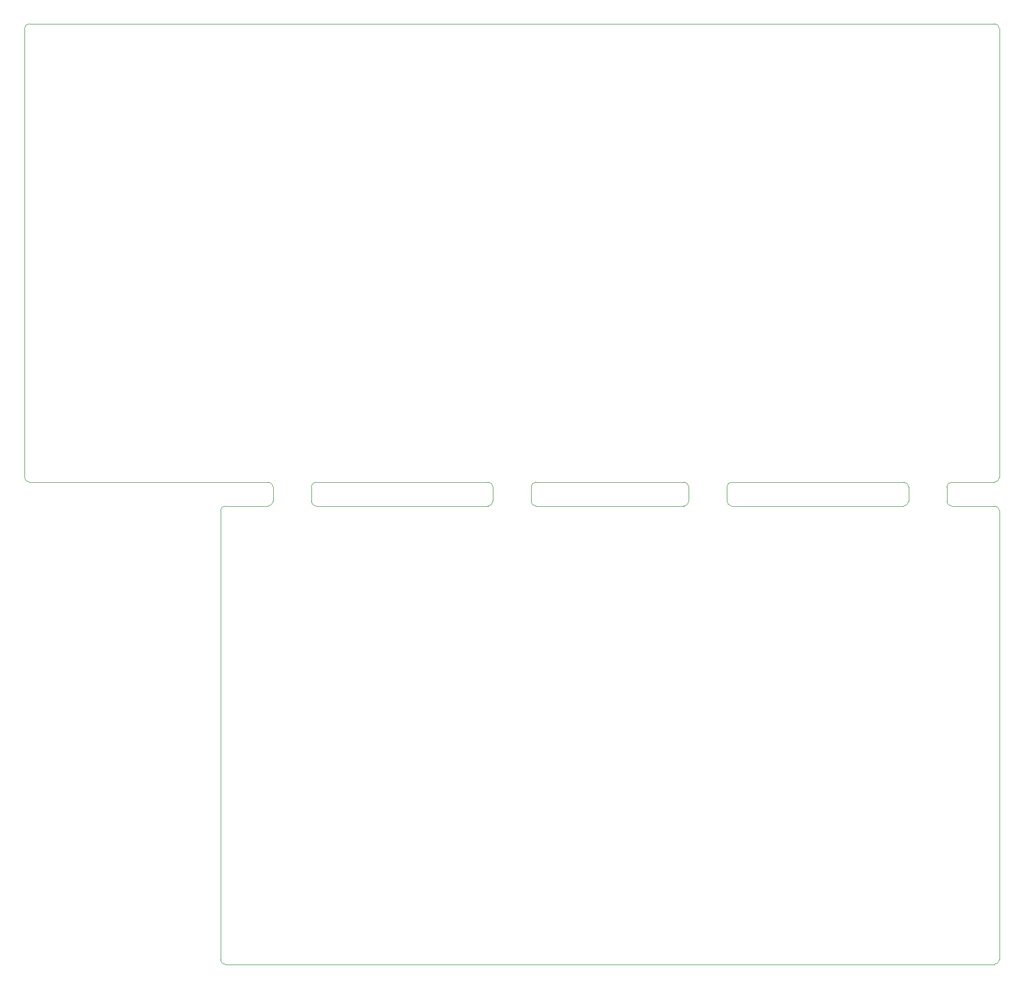
<source format=gm1>
%TF.GenerationSoftware,KiCad,Pcbnew,(5.1.9)-1*%
%TF.CreationDate,2021-04-16T17:12:59+08:00*%
%TF.ProjectId,Retrograde Pad 2,52657472-6f67-4726-9164-652050616420,rev?*%
%TF.SameCoordinates,Original*%
%TF.FileFunction,Profile,NP*%
%FSLAX46Y46*%
G04 Gerber Fmt 4.6, Leading zero omitted, Abs format (unit mm)*
G04 Created by KiCad (PCBNEW (5.1.9)-1) date 2021-04-16 17:12:59*
%MOMM*%
%LPD*%
G01*
G04 APERTURE LIST*
%TA.AperFunction,Profile*%
%ADD10C,0.050000*%
%TD*%
G04 APERTURE END LIST*
D10*
X138112500Y-96837500D02*
X166687500Y-96837500D01*
X105568750Y-96837500D02*
X130175000Y-96837500D01*
X69056250Y-96837500D02*
X97631250Y-96837500D01*
X61118750Y-96837500D02*
X21431250Y-96837500D01*
X61118750Y-100806250D02*
X53975000Y-100806250D01*
X97631250Y-100806250D02*
X69056250Y-100806250D01*
X130175000Y-100806250D02*
X105568750Y-100806250D01*
X166687500Y-100806250D02*
X138112500Y-100806250D01*
X97631250Y-96837500D02*
G75*
G02*
X98425000Y-97631250I0J-793750D01*
G01*
X105568750Y-100806250D02*
G75*
G02*
X104775000Y-100012500I0J793750D01*
G01*
X104775000Y-97631250D02*
X104775000Y-100012500D01*
X98425000Y-97631250D02*
X98425000Y-100012500D01*
X98425000Y-100012500D02*
G75*
G02*
X97631250Y-100806250I-793750J0D01*
G01*
X104775000Y-97631250D02*
G75*
G02*
X105568750Y-96837500I793750J0D01*
G01*
X61118750Y-96837500D02*
G75*
G02*
X61912500Y-97631250I0J-793750D01*
G01*
X69056250Y-100806250D02*
G75*
G02*
X68262500Y-100012500I0J793750D01*
G01*
X68262500Y-97631250D02*
X68262500Y-100012500D01*
X61912500Y-97631250D02*
X61912500Y-100012500D01*
X61912500Y-100012500D02*
G75*
G02*
X61118750Y-100806250I-793750J0D01*
G01*
X68262500Y-97631250D02*
G75*
G02*
X69056250Y-96837500I793750J0D01*
G01*
X130175000Y-96837500D02*
G75*
G02*
X130968750Y-97631250I0J-793750D01*
G01*
X138112500Y-100806250D02*
G75*
G02*
X137318750Y-100012500I0J793750D01*
G01*
X137318750Y-97631250D02*
X137318750Y-100012500D01*
X130968750Y-97631250D02*
X130968750Y-100012500D01*
X130968750Y-100012500D02*
G75*
G02*
X130175000Y-100806250I-793750J0D01*
G01*
X137318750Y-97631250D02*
G75*
G02*
X138112500Y-96837500I793750J0D01*
G01*
X167481250Y-97631250D02*
X167481250Y-100012500D01*
X173831250Y-97631250D02*
X173831250Y-100012500D01*
X174625000Y-100806250D02*
X181768750Y-100806250D01*
X181768750Y-96837500D02*
X174625000Y-96837500D01*
X173831250Y-97631250D02*
G75*
G02*
X174625000Y-96837500I793750J0D01*
G01*
X174625000Y-100806250D02*
G75*
G02*
X173831250Y-100012500I0J793750D01*
G01*
X166687500Y-96837500D02*
G75*
G02*
X167481250Y-97631250I0J-793750D01*
G01*
X167481250Y-100012500D02*
G75*
G02*
X166687500Y-100806250I-793750J0D01*
G01*
X53975000Y-177006250D02*
G75*
G02*
X53181250Y-176212500I0J793750D01*
G01*
X53181250Y-101600000D02*
G75*
G02*
X53975000Y-100806250I793750J0D01*
G01*
X181768750Y-100806250D02*
G75*
G02*
X182562500Y-101600000I0J-793750D01*
G01*
X182562500Y-176212500D02*
G75*
G02*
X181768750Y-177006250I-793750J0D01*
G01*
X20637500Y-21431250D02*
G75*
G02*
X21431250Y-20637500I793750J0D01*
G01*
X20637500Y-96043750D02*
X20637500Y-21431250D01*
X21431250Y-96837500D02*
G75*
G02*
X20637500Y-96043750I0J793750D01*
G01*
X182562500Y-176212500D02*
X182562500Y-101600000D01*
X53975000Y-177006250D02*
X181768750Y-177006250D01*
X53181250Y-101600000D02*
X53181250Y-176212500D01*
X182562500Y-96043750D02*
X182562500Y-58737500D01*
X182562500Y-96043750D02*
G75*
G02*
X181768750Y-96837500I-793750J0D01*
G01*
X181768750Y-20637500D02*
X21431250Y-20637500D01*
X181768750Y-20637500D02*
G75*
G02*
X182562500Y-21431250I0J-793750D01*
G01*
X182562500Y-58737500D02*
X182562500Y-21431250D01*
M02*

</source>
